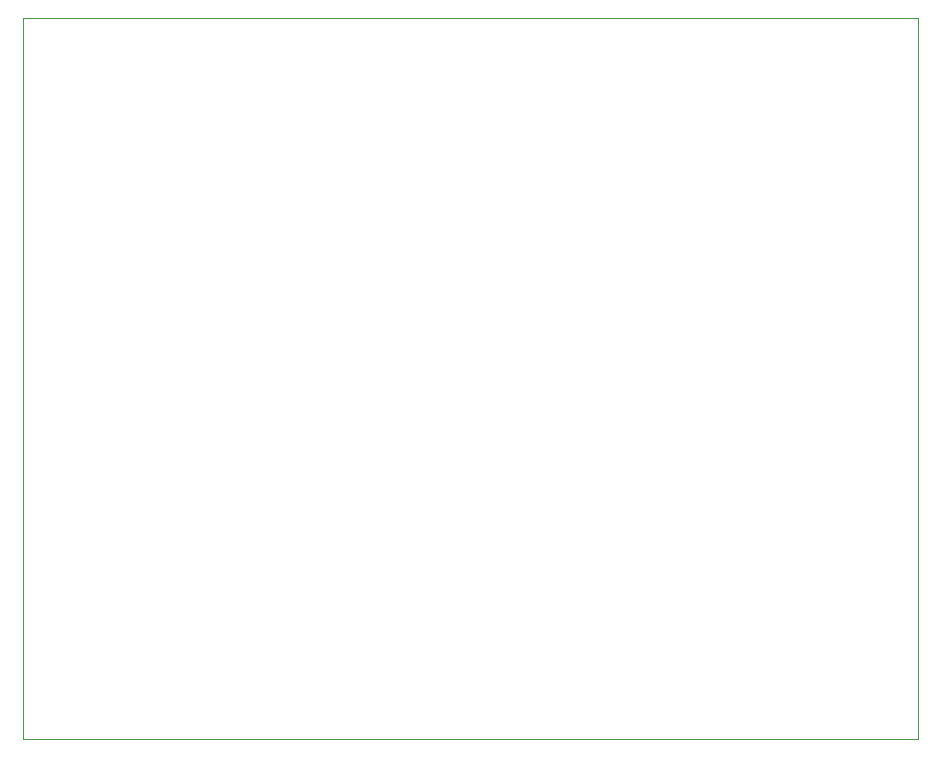
<source format=gbr>
%TF.GenerationSoftware,KiCad,Pcbnew,7.0.9*%
%TF.CreationDate,2024-10-16T13:59:32-06:00*%
%TF.ProjectId,uart_mux_v3,75617274-5f6d-4757-985f-76332e6b6963,rev?*%
%TF.SameCoordinates,Original*%
%TF.FileFunction,Profile,NP*%
%FSLAX46Y46*%
G04 Gerber Fmt 4.6, Leading zero omitted, Abs format (unit mm)*
G04 Created by KiCad (PCBNEW 7.0.9) date 2024-10-16 13:59:32*
%MOMM*%
%LPD*%
G01*
G04 APERTURE LIST*
%TA.AperFunction,Profile*%
%ADD10C,0.050000*%
%TD*%
G04 APERTURE END LIST*
D10*
X88000000Y-60000000D02*
X163800000Y-60000000D01*
X163800000Y-121000000D01*
X88000000Y-121000000D01*
X88000000Y-60000000D01*
M02*

</source>
